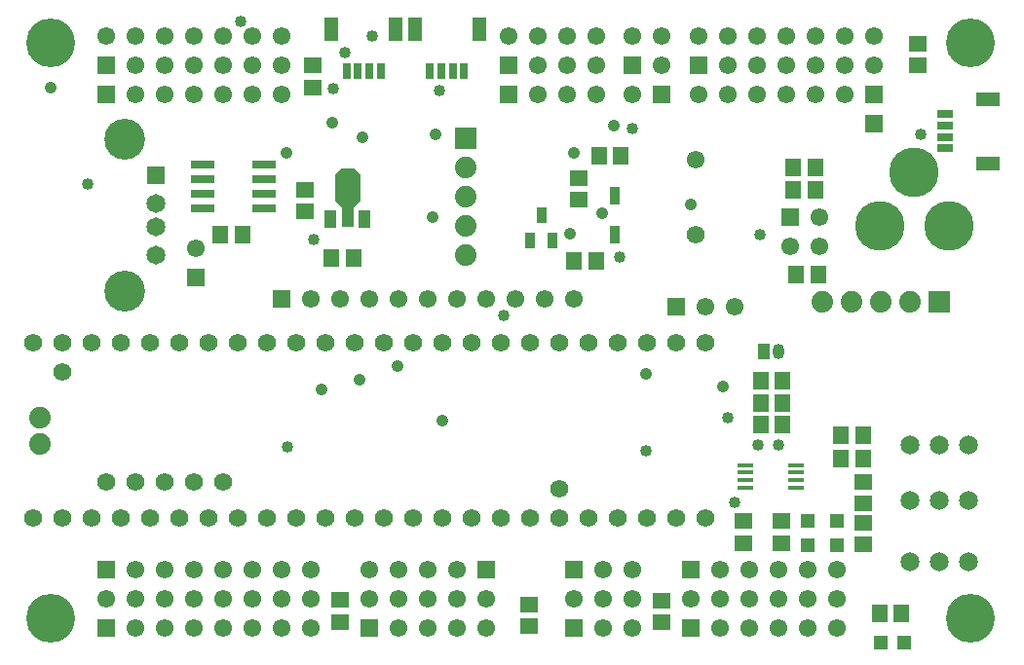
<source format=gts>
G04 DipTrace 3.3.1.3*
G04 T4-T36-Breakout.gts*
%MOIN*%
G04 #@! TF.FileFunction,Soldermask,Top*
G04 #@! TF.Part,Single*
%AMOUTLINE1*
4,1,10,
0.020685,-0.101394,
0.020685,-0.033879,
0.044307,-0.010257,
0.044307,0.077186,
0.020099,0.101394,
-0.020099,0.101394,
-0.044307,0.077186,
-0.044307,-0.010257,
-0.020685,-0.033879,
-0.020685,-0.101394,
0.020685,-0.101394,
0*%
%ADD13C,0.04*%
%ADD33C,0.17*%
%ADD38C,0.065199*%
%ADD46R,0.047244X0.047244*%
%ADD51R,0.074X0.074*%
%ADD52C,0.074*%
%ADD53C,0.06194*%
%ADD54C,0.074*%
%ADD69C,0.167*%
%ADD71C,0.042*%
%ADD73R,0.057118X0.017748*%
%ADD75R,0.04137X0.061055*%
%ADD85R,0.08074X0.025622*%
%ADD87C,0.062*%
%ADD93R,0.035465X0.053181*%
%ADD97R,0.05515X0.025622*%
%ADD99R,0.08074X0.049244*%
%ADD101R,0.025622X0.05515*%
%ADD103R,0.049244X0.08074*%
%ADD105O,0.04137X0.053181*%
%ADD107R,0.04137X0.053181*%
%ADD111C,0.139795*%
%ADD113C,0.064992*%
%ADD115R,0.064992X0.064992*%
%ADD119R,0.033496X0.064992*%
%ADD121C,0.061055*%
%ADD123R,0.061055X0.061055*%
%ADD125R,0.053181X0.061055*%
%ADD127R,0.061055X0.053181*%
%ADD137OUTLINE1*%
%FSLAX26Y26*%
G04*
G70*
G90*
G75*
G01*
G04 TopMask*
%LPD*%
D71*
X1517212Y2248700D3*
X553700Y2368700D3*
X1618700Y2198700D3*
X2343734Y2143503D3*
X1358700Y2143700D3*
X1858700Y1923700D3*
X1868700Y2208700D3*
X1608700Y1368700D3*
X1738700Y1413700D3*
X1478700Y1333700D3*
X1893700Y1228700D3*
X2478700Y2238700D3*
X2328700Y1868700D3*
X2853700Y1343700D3*
X2438469Y1938239D3*
X2743700Y1968700D3*
X2588700Y1388700D3*
D69*
X3700787Y551180D3*
X551180D3*
Y2519684D3*
X3700787D3*
D13*
X1653700Y2543700D3*
X1452700Y1848700D3*
X3043700Y1143700D3*
X1518700Y2363700D3*
X678700Y2038700D3*
X2498700Y1788700D3*
X2543700Y2228700D3*
X1883700Y2358700D3*
X1558700Y2488700D3*
X2978700Y1863700D3*
X2868700Y1238700D3*
X2893700Y948700D3*
X2588700Y1123700D3*
X1363700Y1138700D3*
X2973700Y1143700D3*
X3528700Y2208700D3*
X1201606Y2593700D3*
X2101228Y1586172D3*
D127*
X3518700Y2443700D3*
Y2518503D3*
X2923700Y883700D3*
Y808897D3*
X2188700Y598700D3*
Y523897D3*
D125*
X1208700Y1863700D3*
X1133897D3*
X2428700Y2133700D3*
X2503503D3*
D127*
X1448700Y2368700D3*
Y2443503D3*
X1543700Y613700D3*
Y538897D3*
X2643700Y611102D3*
Y536298D3*
D125*
X3103700Y1728700D3*
X3178503D3*
D127*
X1423700Y2018700D3*
Y1943897D3*
D125*
X1588700Y1783700D3*
X1513897D3*
D123*
X2768700Y2443700D3*
D121*
Y2543700D3*
X2868700Y2443700D3*
Y2543700D3*
X2968700Y2443700D3*
Y2543700D3*
X3068700Y2443700D3*
Y2543700D3*
X3168700Y2443700D3*
Y2543700D3*
X3268700Y2443700D3*
Y2543700D3*
X3368700Y2443700D3*
Y2543700D3*
D123*
X2118700Y2443700D3*
D121*
Y2543700D3*
X2218700Y2443700D3*
Y2543700D3*
X2318700Y2443700D3*
Y2543700D3*
X2418700Y2443700D3*
Y2543700D3*
D123*
X743700Y2443700D3*
D121*
Y2543700D3*
X843700Y2443700D3*
Y2543700D3*
X943700Y2443700D3*
Y2543700D3*
X1043700Y2443700D3*
Y2543700D3*
X1143700Y2443700D3*
Y2543700D3*
X1243700Y2443700D3*
Y2543700D3*
X1343700Y2443700D3*
Y2543700D3*
D123*
X743700Y518700D3*
D121*
Y618700D3*
X843700Y518700D3*
Y618700D3*
X943700Y518700D3*
Y618700D3*
X1043700Y518700D3*
Y618700D3*
X1143700Y518700D3*
Y618700D3*
X1243700Y518700D3*
Y618700D3*
X1343700Y518700D3*
Y618700D3*
X1443700Y518700D3*
Y618700D3*
D123*
X1643700Y518700D3*
D121*
Y618700D3*
X1743700Y518700D3*
Y618700D3*
X1843700Y518700D3*
Y618700D3*
X1943700Y518700D3*
Y618700D3*
X2043700Y518700D3*
Y618700D3*
D123*
X2743700Y518700D3*
D121*
Y618700D3*
X2843700Y518700D3*
Y618700D3*
X2943700Y518700D3*
Y618700D3*
X3043700Y518700D3*
Y618700D3*
X3143700Y518700D3*
Y618700D3*
X3243700Y518700D3*
Y618700D3*
D123*
X2343700Y518700D3*
D121*
Y618700D3*
X2443700Y518700D3*
Y618700D3*
X2543700Y518700D3*
Y618700D3*
D119*
X2483700Y1998700D3*
Y1864842D3*
D33*
X3388700Y1893700D3*
X3624920D3*
X3506810Y2078739D3*
D115*
X913700Y2068700D3*
D113*
Y1970275D3*
Y1891535D3*
Y1793109D3*
D111*
X807007Y2189566D3*
Y1672243D3*
D123*
X1343700Y1643700D3*
D121*
X1443700D3*
X1543700D3*
X1643700D3*
X1743700D3*
X1843700D3*
X1943700D3*
X2043700D3*
X2143700D3*
X2243700D3*
X2343700D3*
D38*
X3693700Y1143700D3*
X3593700D3*
X3493700D3*
X3693700Y953700D3*
X3593700D3*
X3493700D3*
X3693700Y743700D3*
X3593700D3*
X3493700D3*
D107*
X2993700Y1463700D3*
D105*
X3043700D3*
D123*
X743700Y718700D3*
D121*
X843700D3*
X943700D3*
X1043700D3*
X1143700D3*
X1243700D3*
X1343700D3*
X1443700D3*
D123*
X2043700D3*
D121*
X1943700D3*
X1843700D3*
X1743700D3*
X1643700D3*
D123*
X2743700D3*
D121*
X2843700D3*
X2943700D3*
X3043700D3*
X3143700D3*
X3243700D3*
D123*
X3368700Y2343700D3*
D121*
X3268700D3*
X3168700D3*
X3068700D3*
X2968700D3*
X2868700D3*
X2768700D3*
D123*
X2118700D3*
D121*
X2218700D3*
X2318700D3*
X2418700D3*
D123*
X743700D3*
D121*
X843700D3*
X943700D3*
X1043700D3*
X1143700D3*
X1243700D3*
X1343700D3*
D123*
X2343700Y718700D3*
D121*
X2443700D3*
X2543700D3*
D123*
X2643700Y2343700D3*
D121*
X2543700D3*
D103*
X1733700Y2568385D3*
X1513228D3*
D101*
X1682519Y2423700D3*
X1643149D3*
X1603779D3*
X1564409D3*
D103*
X2018700Y2568385D3*
X1798228D3*
D101*
X1967519Y2423700D3*
X1928149D3*
X1888779D3*
X1849409D3*
D99*
X3758700Y2108464D3*
Y2328936D3*
D97*
X3614015Y2159645D3*
Y2199015D3*
Y2238385D3*
Y2277755D3*
D123*
X3368700Y2243700D3*
X1048700Y1718700D3*
D121*
Y1818700D3*
D123*
X3083700Y1923700D3*
D121*
X3183700D3*
X3083700Y1823700D3*
X3183700D3*
D46*
X3143700Y885039D3*
Y802361D3*
X3243700Y885039D3*
Y802361D3*
X3391220Y468700D3*
X3473897D3*
D93*
X2193700Y1843700D3*
X2268503D3*
X2231102Y1930314D3*
D125*
X3093700Y2093700D3*
X3168503D3*
X3168700Y2018700D3*
X3093897D3*
X2343700Y1773700D3*
X2418503D3*
D127*
X2358700Y1983700D3*
Y2058503D3*
D125*
X3463700Y568700D3*
X3388897D3*
X3056102Y1363700D3*
X2981298D3*
D127*
X3053700Y883700D3*
Y808897D3*
X3333700Y943700D3*
Y1018503D3*
D125*
X3056102Y1288700D3*
X2981298D3*
X3256298Y1178700D3*
X3331102D3*
X3256298Y1098700D3*
X3331102D3*
X3056102Y1213700D3*
X2981298D3*
D127*
X3333700Y878700D3*
Y803897D3*
D87*
X2758700Y1863700D3*
D121*
Y2119653D3*
D85*
X1283700Y1953700D3*
Y2003700D3*
Y2053700D3*
Y2103700D3*
X1071102D3*
Y2053700D3*
Y2003700D3*
Y1953700D3*
D51*
X3593700Y1633700D3*
D52*
X3493700D3*
X3393700D3*
X3193700D3*
X3293700D3*
D53*
X493700Y893700D3*
X593700D3*
X693700D3*
X793700D3*
X893700D3*
X993700D3*
X1093700D3*
X1193700D3*
X1293700D3*
X1393700D3*
X1493700D3*
X1593700D3*
X1693700D3*
X1793700D3*
X2293700Y993700D3*
X593700Y1393700D3*
D54*
X515700Y1238700D3*
Y1148700D3*
D53*
X2093700Y1493700D3*
X1793700D3*
X1693700D3*
X1593700D3*
X1493700D3*
X1393700D3*
X1293700D3*
X1193700D3*
X1093700D3*
X993700D3*
X893700D3*
X793700D3*
X693700D3*
X593700D3*
X493700D3*
X743700Y1018700D3*
X843700D3*
X943700D3*
X2393700Y893700D3*
X2493700D3*
X2293700D3*
X2193700D3*
X2093700D3*
X1993700D3*
X2593700D3*
X2693700D3*
X2793700D3*
Y1493700D3*
X1893700Y893700D3*
X2693700Y1493700D3*
X1893700D3*
X2593700D3*
X2393700D3*
X2293700D3*
X2193700D3*
X2493700D3*
X1993700D3*
X1043700Y1018700D3*
X1143700D3*
D51*
X1973700Y2193700D3*
D52*
Y2093700D3*
Y1993700D3*
Y1793700D3*
Y1893700D3*
D75*
X1508700Y1918700D3*
D137*
X1567755Y1989566D3*
D75*
X1626810Y1918700D3*
D123*
X2543700Y2443700D3*
D121*
Y2543700D3*
X2643700Y2443700D3*
Y2543700D3*
D73*
X3103700Y998700D3*
Y1024291D3*
Y1049881D3*
Y1075472D3*
X2930472D3*
Y1049881D3*
Y1024291D3*
Y998700D3*
D123*
X2693700Y1618700D3*
D121*
X2793700D3*
X2893700D3*
M02*

</source>
